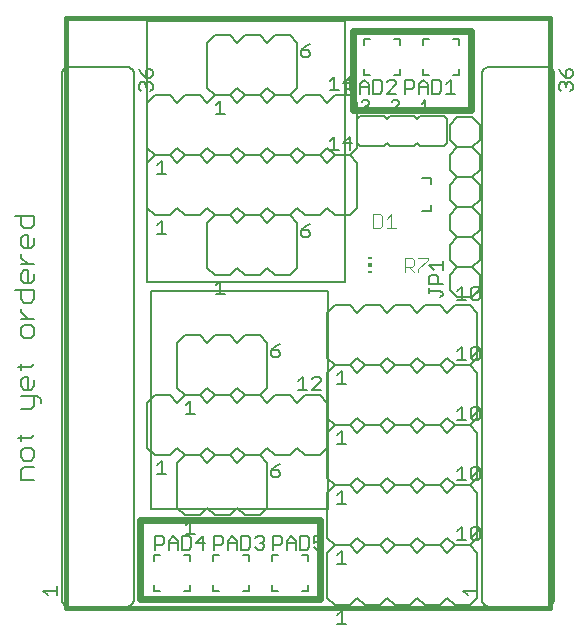
<source format=gto>
G75*
%MOIN*%
%OFA0B0*%
%FSLAX24Y24*%
%IPPOS*%
%LPD*%
%AMOC8*
5,1,8,0,0,1.08239X$1,22.5*
%
%ADD10C,0.0160*%
%ADD11C,0.0240*%
%ADD12C,0.0060*%
%ADD13C,0.0050*%
%ADD14R,0.0118X0.0059*%
%ADD15R,0.0118X0.0118*%
%ADD16C,0.0040*%
%ADD17C,0.0080*%
D10*
X002057Y000848D02*
X018199Y000848D01*
X018199Y020533D01*
X002057Y020533D01*
X002057Y000848D01*
X004222Y000848D02*
X016033Y000848D01*
X016033Y020533D02*
X004222Y020533D01*
D11*
X011624Y020100D02*
X011624Y017462D01*
X015561Y017462D01*
X015561Y020100D01*
X011624Y020100D01*
X010522Y003800D02*
X004537Y003800D01*
X004537Y001163D01*
X010522Y001163D01*
X010522Y003800D01*
D12*
X010777Y003200D02*
X011027Y002950D01*
X011527Y002950D01*
X011777Y003200D01*
X012027Y002950D01*
X012527Y002950D01*
X012777Y003200D01*
X013027Y002950D01*
X013527Y002950D01*
X013777Y003200D01*
X014027Y002950D01*
X014527Y002950D01*
X014777Y003200D01*
X015027Y002950D01*
X015527Y002950D01*
X015777Y003200D01*
X015777Y004700D01*
X015527Y004950D01*
X015777Y005200D01*
X015777Y006700D01*
X015527Y006950D01*
X015777Y007200D01*
X015777Y008700D01*
X015527Y008950D01*
X015777Y009200D01*
X015777Y010700D01*
X015527Y010950D01*
X015027Y010950D01*
X014777Y010700D01*
X014527Y010950D01*
X014027Y010950D01*
X013777Y010700D01*
X013527Y010950D01*
X013027Y010950D01*
X012777Y010700D01*
X012527Y010950D01*
X012027Y010950D01*
X011777Y010700D01*
X011527Y010950D01*
X011027Y010950D01*
X010777Y010700D01*
X010777Y009200D01*
X011027Y008950D01*
X011527Y008950D01*
X011777Y009200D01*
X012027Y008950D01*
X012527Y008950D01*
X012777Y009200D01*
X013027Y008950D01*
X013527Y008950D01*
X013777Y009200D01*
X014027Y008950D01*
X014527Y008950D01*
X014777Y009200D01*
X015027Y008950D01*
X015527Y008950D01*
X015027Y008950D01*
X014777Y008700D01*
X014527Y008950D01*
X014027Y008950D01*
X013777Y008700D01*
X013527Y008950D01*
X013027Y008950D01*
X012777Y008700D01*
X012527Y008950D01*
X012027Y008950D01*
X011777Y008700D01*
X011527Y008950D01*
X011027Y008950D01*
X010777Y008700D01*
X010777Y007200D01*
X011027Y006950D01*
X011527Y006950D01*
X011777Y007200D01*
X012027Y006950D01*
X012527Y006950D01*
X012777Y007200D01*
X013027Y006950D01*
X013527Y006950D01*
X013777Y007200D01*
X014027Y006950D01*
X014527Y006950D01*
X014777Y007200D01*
X015027Y006950D01*
X015527Y006950D01*
X015027Y006950D01*
X014777Y006700D01*
X014527Y006950D01*
X014027Y006950D01*
X013777Y006700D01*
X013527Y006950D01*
X013027Y006950D01*
X012777Y006700D01*
X012527Y006950D01*
X012027Y006950D01*
X011777Y006700D01*
X011527Y006950D01*
X011027Y006950D01*
X010777Y006700D01*
X010777Y005200D01*
X011027Y004950D01*
X011527Y004950D01*
X011777Y005200D01*
X012027Y004950D01*
X012527Y004950D01*
X012777Y005200D01*
X013027Y004950D01*
X013527Y004950D01*
X013777Y005200D01*
X014027Y004950D01*
X014527Y004950D01*
X014777Y005200D01*
X015027Y004950D01*
X015527Y004950D01*
X015027Y004950D01*
X014777Y004700D01*
X014527Y004950D01*
X014027Y004950D01*
X013777Y004700D01*
X013527Y004950D01*
X013027Y004950D01*
X012777Y004700D01*
X012527Y004950D01*
X012027Y004950D01*
X011777Y004700D01*
X011527Y004950D01*
X011027Y004950D01*
X010777Y004700D01*
X010777Y003200D01*
X011027Y002950D02*
X010777Y002700D01*
X010777Y001200D01*
X011027Y000950D01*
X011527Y000950D01*
X011777Y001200D01*
X012027Y000950D01*
X012527Y000950D01*
X012777Y001200D01*
X013027Y000950D01*
X013527Y000950D01*
X013777Y001200D01*
X014027Y000950D01*
X014527Y000950D01*
X014777Y001200D01*
X015027Y000950D01*
X015527Y000950D01*
X015777Y001200D01*
X015777Y002700D01*
X015527Y002950D01*
X015027Y002950D01*
X014777Y002700D01*
X014527Y002950D01*
X014027Y002950D01*
X013777Y002700D01*
X013527Y002950D01*
X013027Y002950D01*
X012777Y002700D01*
X012527Y002950D01*
X012027Y002950D01*
X011777Y002700D01*
X011527Y002950D01*
X011027Y002950D01*
X010137Y002629D02*
X010137Y002429D01*
X010137Y002629D02*
X009937Y002629D01*
X009137Y002629D02*
X008937Y002629D01*
X008937Y002429D01*
X008169Y002429D02*
X008169Y002629D01*
X007969Y002629D01*
X007169Y002629D02*
X006969Y002629D01*
X006969Y002429D01*
X006200Y002429D02*
X006200Y002629D01*
X006000Y002629D01*
X005200Y002629D02*
X005000Y002629D01*
X005000Y002429D01*
X005000Y001629D02*
X005000Y001429D01*
X005200Y001429D01*
X004328Y001153D02*
X004328Y018653D01*
X004326Y018683D01*
X004321Y018713D01*
X004312Y018742D01*
X004299Y018769D01*
X004284Y018795D01*
X004265Y018819D01*
X004244Y018840D01*
X004220Y018859D01*
X004194Y018874D01*
X004167Y018887D01*
X004138Y018896D01*
X004108Y018901D01*
X004078Y018903D01*
X002178Y018903D01*
X002148Y018901D01*
X002118Y018896D01*
X002089Y018887D01*
X002062Y018874D01*
X002036Y018859D01*
X002012Y018840D01*
X001991Y018819D01*
X001972Y018795D01*
X001957Y018769D01*
X001944Y018742D01*
X001935Y018713D01*
X001930Y018683D01*
X001928Y018653D01*
X001928Y001153D01*
X001930Y001123D01*
X001935Y001093D01*
X001944Y001064D01*
X001957Y001037D01*
X001972Y001011D01*
X001991Y000987D01*
X002012Y000966D01*
X002036Y000947D01*
X002062Y000932D01*
X002089Y000919D01*
X002118Y000910D01*
X002148Y000905D01*
X002178Y000903D01*
X004078Y000903D01*
X004108Y000905D01*
X004138Y000910D01*
X004167Y000919D01*
X004194Y000932D01*
X004220Y000947D01*
X004244Y000966D01*
X004265Y000987D01*
X004284Y001011D01*
X004299Y001037D01*
X004312Y001064D01*
X004321Y001093D01*
X004326Y001123D01*
X004328Y001153D01*
X006000Y001429D02*
X006200Y001429D01*
X006200Y001629D01*
X006969Y001629D02*
X006969Y001429D01*
X007169Y001429D01*
X007969Y001429D02*
X008169Y001429D01*
X008169Y001629D01*
X008937Y001629D02*
X008937Y001429D01*
X009137Y001429D01*
X009937Y001429D02*
X010137Y001429D01*
X010137Y001629D01*
X008527Y003950D02*
X008027Y003950D01*
X007777Y004200D01*
X007527Y003950D01*
X007027Y003950D01*
X006777Y004200D01*
X006527Y003950D01*
X006027Y003950D01*
X005777Y004200D01*
X005777Y005700D01*
X006027Y005950D01*
X005777Y006200D01*
X005527Y005950D01*
X005027Y005950D01*
X004777Y006200D01*
X004777Y007700D01*
X005027Y007950D01*
X005527Y007950D01*
X005777Y007700D01*
X006027Y007950D01*
X006527Y007950D01*
X006777Y007700D01*
X007027Y007950D01*
X007527Y007950D01*
X007777Y007700D01*
X008027Y007950D01*
X008527Y007950D01*
X008777Y007700D01*
X009027Y007950D01*
X009527Y007950D01*
X009777Y007700D01*
X010027Y007950D01*
X010527Y007950D01*
X010777Y007700D01*
X010777Y006200D01*
X010527Y005950D01*
X010027Y005950D01*
X009777Y006200D01*
X009527Y005950D01*
X009027Y005950D01*
X008777Y006200D01*
X008527Y005950D01*
X008027Y005950D01*
X007777Y006200D01*
X007527Y005950D01*
X007027Y005950D01*
X006777Y006200D01*
X006527Y005950D01*
X006027Y005950D01*
X006527Y005950D01*
X006777Y005700D01*
X007027Y005950D01*
X007527Y005950D01*
X007777Y005700D01*
X008027Y005950D01*
X008527Y005950D01*
X008777Y005700D01*
X008777Y004200D01*
X008527Y003950D01*
X008527Y007950D02*
X008027Y007950D01*
X007777Y008200D01*
X007527Y007950D01*
X007027Y007950D01*
X006777Y008200D01*
X006527Y007950D01*
X006027Y007950D01*
X005777Y008200D01*
X005777Y009700D01*
X006027Y009950D01*
X006527Y009950D01*
X006777Y009700D01*
X007027Y009950D01*
X007527Y009950D01*
X007777Y009700D01*
X008027Y009950D01*
X008527Y009950D01*
X008777Y009700D01*
X008777Y008200D01*
X008527Y007950D01*
X008527Y011950D02*
X008027Y011950D01*
X007777Y012200D01*
X007527Y011950D01*
X007027Y011950D01*
X006777Y012200D01*
X006777Y013700D01*
X007027Y013950D01*
X006777Y014200D01*
X006527Y013950D01*
X006027Y013950D01*
X005777Y014200D01*
X005527Y013950D01*
X005027Y013950D01*
X004777Y014200D01*
X004777Y015700D01*
X005027Y015950D01*
X005527Y015950D01*
X005777Y015700D01*
X006027Y015950D01*
X006527Y015950D01*
X006777Y015700D01*
X007027Y015950D01*
X007527Y015950D01*
X007777Y015700D01*
X008027Y015950D01*
X008527Y015950D01*
X008777Y015700D01*
X009027Y015950D01*
X009527Y015950D01*
X009777Y015700D01*
X010027Y015950D01*
X010527Y015950D01*
X010777Y015700D01*
X011027Y015950D01*
X011527Y015950D01*
X011777Y015700D01*
X011777Y014200D01*
X011527Y013950D01*
X011027Y013950D01*
X010777Y014200D01*
X010527Y013950D01*
X010027Y013950D01*
X009777Y014200D01*
X009527Y013950D01*
X009027Y013950D01*
X008777Y014200D01*
X008527Y013950D01*
X008027Y013950D01*
X007777Y014200D01*
X007527Y013950D01*
X007027Y013950D01*
X007527Y013950D01*
X007777Y013700D01*
X008027Y013950D01*
X008527Y013950D01*
X008777Y013700D01*
X009027Y013950D01*
X009527Y013950D01*
X009777Y013700D01*
X009777Y012200D01*
X009527Y011950D01*
X009027Y011950D01*
X008777Y012200D01*
X008527Y011950D01*
X008527Y015950D02*
X008027Y015950D01*
X007777Y016200D01*
X007527Y015950D01*
X007027Y015950D01*
X006777Y016200D01*
X006527Y015950D01*
X006027Y015950D01*
X005777Y016200D01*
X005527Y015950D01*
X005027Y015950D01*
X004777Y016200D01*
X004777Y017700D01*
X005027Y017950D01*
X005527Y017950D01*
X005777Y017700D01*
X006027Y017950D01*
X006527Y017950D01*
X006777Y017700D01*
X007027Y017950D01*
X007527Y017950D01*
X007777Y017700D01*
X008027Y017950D01*
X008527Y017950D01*
X008777Y017700D01*
X009027Y017950D01*
X009527Y017950D01*
X009777Y017700D01*
X010027Y017950D01*
X010527Y017950D01*
X010777Y017700D01*
X011027Y017950D01*
X011527Y017950D01*
X011777Y017700D01*
X011777Y016200D01*
X011527Y015950D01*
X011027Y015950D01*
X010777Y016200D01*
X010527Y015950D01*
X010027Y015950D01*
X009777Y016200D01*
X009527Y015950D01*
X009027Y015950D01*
X008777Y016200D01*
X008527Y015950D01*
X008527Y017950D02*
X008027Y017950D01*
X007777Y018200D01*
X007527Y017950D01*
X007027Y017950D01*
X006777Y018200D01*
X006777Y019700D01*
X007027Y019950D01*
X007527Y019950D01*
X007777Y019700D01*
X008027Y019950D01*
X008527Y019950D01*
X008777Y019700D01*
X009027Y019950D01*
X009527Y019950D01*
X009777Y019700D01*
X009777Y018200D01*
X009527Y017950D01*
X009027Y017950D01*
X008777Y018200D01*
X008527Y017950D01*
X011758Y017153D02*
X011758Y016353D01*
X011858Y016253D01*
X012658Y016253D01*
X012758Y016353D01*
X012858Y016253D01*
X013658Y016253D01*
X013758Y016353D01*
X013858Y016253D01*
X014658Y016253D01*
X014758Y016353D01*
X014758Y017153D01*
X014658Y017253D01*
X013858Y017253D01*
X013758Y017153D01*
X013658Y017253D01*
X012858Y017253D01*
X012758Y017153D01*
X012658Y017253D01*
X011858Y017253D01*
X011758Y017153D01*
X012008Y018633D02*
X012008Y018833D01*
X012008Y018633D02*
X012208Y018633D01*
X013008Y018633D02*
X013208Y018633D01*
X013208Y018833D01*
X013208Y019633D02*
X013208Y019833D01*
X013008Y019833D01*
X012208Y019833D02*
X012008Y019833D01*
X012008Y019633D01*
X013977Y019633D02*
X013977Y019833D01*
X014177Y019833D01*
X014977Y019833D02*
X015177Y019833D01*
X015177Y019633D01*
X015177Y018833D02*
X015177Y018633D01*
X014977Y018633D01*
X014177Y018633D02*
X013977Y018633D01*
X013977Y018833D01*
X015114Y017214D02*
X015614Y017214D01*
X015864Y016964D01*
X015864Y016464D01*
X015614Y016214D01*
X015864Y015964D01*
X015864Y015464D01*
X015614Y015214D01*
X015864Y014964D01*
X015864Y014464D01*
X015614Y014214D01*
X015864Y013964D01*
X015864Y013464D01*
X015614Y013214D01*
X015864Y012964D01*
X015864Y012464D01*
X015614Y012214D01*
X015864Y011964D01*
X015864Y011464D01*
X015614Y011214D01*
X015114Y011214D01*
X014864Y011464D01*
X014864Y011964D01*
X015114Y012214D01*
X014864Y012464D01*
X014864Y012964D01*
X015114Y013214D01*
X015614Y013214D01*
X015114Y013214D02*
X014864Y013464D01*
X014864Y013964D01*
X015114Y014214D01*
X014864Y014464D01*
X014864Y014964D01*
X015114Y015214D01*
X014864Y015464D01*
X014864Y015964D01*
X015114Y016214D01*
X014864Y016464D01*
X014864Y016964D01*
X015114Y017214D01*
X015114Y016214D02*
X015614Y016214D01*
X015614Y015214D02*
X015114Y015214D01*
X014246Y015207D02*
X014246Y014987D01*
X014246Y015207D02*
X013926Y015207D01*
X014246Y014307D02*
X014246Y014087D01*
X013926Y014087D01*
X015114Y014214D02*
X015614Y014214D01*
X015614Y012214D02*
X015114Y012214D01*
X015928Y018653D02*
X015928Y001153D01*
X015930Y001123D01*
X015935Y001093D01*
X015944Y001064D01*
X015957Y001037D01*
X015972Y001011D01*
X015991Y000987D01*
X016012Y000966D01*
X016036Y000947D01*
X016062Y000932D01*
X016089Y000919D01*
X016118Y000910D01*
X016148Y000905D01*
X016178Y000903D01*
X018078Y000903D01*
X018108Y000905D01*
X018138Y000910D01*
X018167Y000919D01*
X018194Y000932D01*
X018220Y000947D01*
X018244Y000966D01*
X018265Y000987D01*
X018284Y001011D01*
X018299Y001037D01*
X018312Y001064D01*
X018321Y001093D01*
X018326Y001123D01*
X018328Y001153D01*
X018328Y018653D01*
X018326Y018683D01*
X018321Y018713D01*
X018312Y018742D01*
X018299Y018769D01*
X018284Y018795D01*
X018265Y018819D01*
X018244Y018840D01*
X018220Y018859D01*
X018194Y018874D01*
X018167Y018887D01*
X018138Y018896D01*
X018108Y018901D01*
X018078Y018903D01*
X016178Y018903D01*
X016148Y018901D01*
X016118Y018896D01*
X016089Y018887D01*
X016062Y018874D01*
X016036Y018859D01*
X016012Y018840D01*
X015991Y018819D01*
X015972Y018795D01*
X015957Y018769D01*
X015944Y018742D01*
X015935Y018713D01*
X015930Y018683D01*
X015928Y018653D01*
X001217Y007813D02*
X001217Y007706D01*
X001217Y007813D02*
X001110Y007920D01*
X000576Y007920D01*
X000683Y008138D02*
X000576Y008244D01*
X000576Y008458D01*
X000683Y008565D01*
X000790Y008565D01*
X000790Y008138D01*
X000897Y008138D02*
X000683Y008138D01*
X000897Y008138D02*
X001003Y008244D01*
X001003Y008458D01*
X000897Y008889D02*
X001003Y008996D01*
X000897Y008889D02*
X000470Y008889D01*
X000576Y008782D02*
X000576Y008996D01*
X000683Y009856D02*
X000576Y009963D01*
X000576Y010177D01*
X000683Y010283D01*
X000897Y010283D01*
X001003Y010177D01*
X001003Y009963D01*
X000897Y009856D01*
X000683Y009856D01*
X000576Y010501D02*
X001003Y010501D01*
X000790Y010501D02*
X000576Y010714D01*
X000576Y010821D01*
X000683Y011038D02*
X000576Y011145D01*
X000576Y011465D01*
X000363Y011465D02*
X001003Y011465D01*
X001003Y011145D01*
X000897Y011038D01*
X000683Y011038D01*
X000683Y011683D02*
X000576Y011789D01*
X000576Y012003D01*
X000683Y012110D01*
X000790Y012110D01*
X000790Y011683D01*
X000897Y011683D02*
X000683Y011683D01*
X000897Y011683D02*
X001003Y011789D01*
X001003Y012003D01*
X001003Y012327D02*
X000576Y012327D01*
X000576Y012541D02*
X000576Y012647D01*
X000576Y012541D02*
X000790Y012327D01*
X000790Y012864D02*
X000790Y013291D01*
X000683Y013291D01*
X000576Y013184D01*
X000576Y012971D01*
X000683Y012864D01*
X000897Y012864D01*
X001003Y012971D01*
X001003Y013184D01*
X000897Y013509D02*
X000683Y013509D01*
X000576Y013616D01*
X000576Y013936D01*
X000363Y013936D02*
X001003Y013936D01*
X001003Y013616D01*
X000897Y013509D01*
X001003Y007920D02*
X001003Y007600D01*
X000897Y007493D01*
X000576Y007493D01*
X000576Y006632D02*
X000576Y006419D01*
X000470Y006525D02*
X000897Y006525D01*
X001003Y006632D01*
X000897Y006201D02*
X000683Y006201D01*
X000576Y006094D01*
X000576Y005881D01*
X000683Y005774D01*
X000897Y005774D01*
X001003Y005881D01*
X001003Y006094D01*
X000897Y006201D01*
X001003Y005557D02*
X000683Y005557D01*
X000576Y005450D01*
X000576Y005130D01*
X001003Y005130D01*
D13*
X001302Y001428D02*
X001753Y001428D01*
X001753Y001278D02*
X001753Y001578D01*
X001453Y001278D02*
X001302Y001428D01*
X005025Y002804D02*
X005025Y003254D01*
X005250Y003254D01*
X005326Y003179D01*
X005326Y003029D01*
X005250Y002954D01*
X005025Y002954D01*
X005486Y003029D02*
X005786Y003029D01*
X005786Y003104D02*
X005786Y002804D01*
X005946Y002804D02*
X006171Y002804D01*
X006246Y002879D01*
X006246Y003179D01*
X006171Y003254D01*
X005946Y003254D01*
X005946Y002804D01*
X005786Y003104D02*
X005636Y003254D01*
X005486Y003104D01*
X005486Y002804D01*
X006052Y003325D02*
X006353Y003325D01*
X006203Y003325D02*
X006203Y003775D01*
X006052Y003625D01*
X006632Y003254D02*
X006406Y003029D01*
X006707Y003029D01*
X006632Y002804D02*
X006632Y003254D01*
X006994Y003254D02*
X006994Y002804D01*
X006994Y002954D02*
X007219Y002954D01*
X007294Y003029D01*
X007294Y003179D01*
X007219Y003254D01*
X006994Y003254D01*
X007454Y003104D02*
X007454Y002804D01*
X007454Y003029D02*
X007754Y003029D01*
X007754Y003104D02*
X007754Y002804D01*
X007915Y002804D02*
X008140Y002804D01*
X008215Y002879D01*
X008215Y003179D01*
X008140Y003254D01*
X007915Y003254D01*
X007915Y002804D01*
X007754Y003104D02*
X007604Y003254D01*
X007454Y003104D01*
X008375Y003179D02*
X008450Y003254D01*
X008600Y003254D01*
X008675Y003179D01*
X008675Y003104D01*
X008600Y003029D01*
X008675Y002954D01*
X008675Y002879D01*
X008600Y002804D01*
X008450Y002804D01*
X008375Y002879D01*
X008525Y003029D02*
X008600Y003029D01*
X008962Y002954D02*
X009187Y002954D01*
X009263Y003029D01*
X009263Y003179D01*
X009187Y003254D01*
X008962Y003254D01*
X008962Y002804D01*
X009423Y002804D02*
X009423Y003104D01*
X009573Y003254D01*
X009723Y003104D01*
X009723Y002804D01*
X009883Y002804D02*
X010108Y002804D01*
X010183Y002879D01*
X010183Y003179D01*
X010108Y003254D01*
X009883Y003254D01*
X009883Y002804D01*
X009723Y003029D02*
X009423Y003029D01*
X010343Y003029D02*
X010494Y003104D01*
X010569Y003104D01*
X010644Y003029D01*
X010644Y002879D01*
X010569Y002804D01*
X010419Y002804D01*
X010343Y002879D01*
X010343Y003029D02*
X010343Y003254D01*
X010644Y003254D01*
X011253Y002775D02*
X011102Y002625D01*
X011253Y002775D02*
X011253Y002325D01*
X011403Y002325D02*
X011102Y002325D01*
X011253Y000775D02*
X011253Y000325D01*
X011403Y000325D02*
X011102Y000325D01*
X011102Y000625D02*
X011253Y000775D01*
X011253Y004325D02*
X011253Y004775D01*
X011102Y004625D01*
X011102Y004325D02*
X011403Y004325D01*
X011403Y006325D02*
X011102Y006325D01*
X011253Y006325D02*
X011253Y006775D01*
X011102Y006625D01*
X010563Y008125D02*
X010263Y008125D01*
X010563Y008425D01*
X010563Y008500D01*
X010488Y008575D01*
X010338Y008575D01*
X010263Y008500D01*
X009953Y008575D02*
X009953Y008125D01*
X010103Y008125D02*
X009802Y008125D01*
X009802Y008425D02*
X009953Y008575D01*
X009203Y009300D02*
X009203Y009375D01*
X009128Y009450D01*
X008902Y009450D01*
X008902Y009300D01*
X008977Y009225D01*
X009128Y009225D01*
X009203Y009300D01*
X009053Y009600D02*
X008902Y009450D01*
X009053Y009600D02*
X009203Y009675D01*
X007353Y011325D02*
X007052Y011325D01*
X007203Y011325D02*
X007203Y011775D01*
X007052Y011625D01*
X005403Y013325D02*
X005102Y013325D01*
X005253Y013325D02*
X005253Y013775D01*
X005102Y013625D01*
X005102Y015325D02*
X005403Y015325D01*
X005253Y015325D02*
X005253Y015775D01*
X005102Y015625D01*
X007052Y017325D02*
X007353Y017325D01*
X007203Y017325D02*
X007203Y017775D01*
X007052Y017625D01*
X004953Y018153D02*
X004878Y018078D01*
X004953Y018153D02*
X004953Y018303D01*
X004878Y018378D01*
X004803Y018378D01*
X004728Y018303D01*
X004728Y018228D01*
X004728Y018303D02*
X004653Y018378D01*
X004578Y018378D01*
X004502Y018303D01*
X004502Y018153D01*
X004578Y018078D01*
X004728Y018538D02*
X004728Y018763D01*
X004803Y018838D01*
X004878Y018838D01*
X004953Y018763D01*
X004953Y018613D01*
X004878Y018538D01*
X004728Y018538D01*
X004578Y018688D01*
X004502Y018838D01*
X004773Y020415D02*
X004773Y011715D01*
X011373Y011715D01*
X011373Y020415D01*
X004773Y020415D01*
X009902Y019450D02*
X010128Y019450D01*
X010203Y019375D01*
X010203Y019300D01*
X010128Y019225D01*
X009977Y019225D01*
X009902Y019300D01*
X009902Y019450D01*
X010053Y019600D01*
X010203Y019675D01*
X011003Y018575D02*
X010852Y018425D01*
X011003Y018575D02*
X011003Y018125D01*
X011153Y018125D02*
X010852Y018125D01*
X011313Y018350D02*
X011613Y018350D01*
X011692Y018384D02*
X011692Y018234D01*
X011617Y018159D01*
X011392Y018159D01*
X011538Y018125D02*
X011538Y018575D01*
X011313Y018350D01*
X011392Y018459D02*
X011392Y018008D01*
X011692Y018384D02*
X011617Y018459D01*
X011392Y018459D01*
X011852Y018309D02*
X011852Y018008D01*
X011852Y018234D02*
X012152Y018234D01*
X012152Y018309D02*
X012152Y018008D01*
X012312Y018008D02*
X012538Y018008D01*
X012613Y018084D01*
X012613Y018384D01*
X012538Y018459D01*
X012312Y018459D01*
X012312Y018008D01*
X012094Y017778D02*
X012150Y017722D01*
X012150Y017665D01*
X012094Y017608D01*
X012150Y017552D01*
X012150Y017495D01*
X012094Y017438D01*
X011980Y017438D01*
X011924Y017495D01*
X012037Y017608D02*
X012094Y017608D01*
X012094Y017778D02*
X011980Y017778D01*
X011924Y017722D01*
X011852Y018309D02*
X012002Y018459D01*
X012152Y018309D01*
X012773Y018384D02*
X012848Y018459D01*
X012998Y018459D01*
X013073Y018384D01*
X013073Y018309D01*
X012773Y018008D01*
X013073Y018008D01*
X013094Y017778D02*
X012980Y017778D01*
X012924Y017722D01*
X013094Y017778D02*
X013150Y017722D01*
X013150Y017665D01*
X012924Y017438D01*
X013150Y017438D01*
X013360Y018008D02*
X013360Y018459D01*
X013585Y018459D01*
X013660Y018384D01*
X013660Y018234D01*
X013585Y018159D01*
X013360Y018159D01*
X013820Y018234D02*
X014121Y018234D01*
X014121Y018309D02*
X014121Y018008D01*
X014281Y018008D02*
X014506Y018008D01*
X014581Y018084D01*
X014581Y018384D01*
X014506Y018459D01*
X014281Y018459D01*
X014281Y018008D01*
X014121Y018309D02*
X013971Y018459D01*
X013820Y018309D01*
X013820Y018008D01*
X014037Y017778D02*
X014037Y017438D01*
X013924Y017438D02*
X014150Y017438D01*
X013924Y017665D02*
X014037Y017778D01*
X014741Y018008D02*
X015041Y018008D01*
X014891Y018008D02*
X014891Y018459D01*
X014741Y018309D01*
X011613Y016350D02*
X011313Y016350D01*
X011538Y016575D01*
X011538Y016125D01*
X011153Y016125D02*
X010852Y016125D01*
X011003Y016125D02*
X011003Y016575D01*
X010852Y016425D01*
X010203Y013675D02*
X010053Y013600D01*
X009902Y013450D01*
X010128Y013450D01*
X010203Y013375D01*
X010203Y013300D01*
X010128Y013225D01*
X009977Y013225D01*
X009902Y013300D01*
X009902Y013450D01*
X014169Y012280D02*
X014619Y012280D01*
X014619Y012130D02*
X014619Y012430D01*
X014319Y012130D02*
X014169Y012280D01*
X014244Y011969D02*
X014394Y011969D01*
X014469Y011894D01*
X014469Y011669D01*
X014619Y011669D02*
X014169Y011669D01*
X014169Y011894D01*
X014244Y011969D01*
X014169Y011509D02*
X014169Y011359D01*
X014169Y011434D02*
X014544Y011434D01*
X014619Y011359D01*
X014619Y011284D01*
X014544Y011209D01*
X015102Y011125D02*
X015403Y011125D01*
X015253Y011125D02*
X015253Y011575D01*
X015102Y011425D01*
X015563Y011500D02*
X015563Y011200D01*
X015863Y011500D01*
X015863Y011200D01*
X015788Y011125D01*
X015638Y011125D01*
X015563Y011200D01*
X015563Y011500D02*
X015638Y011575D01*
X015788Y011575D01*
X015863Y011500D01*
X015788Y009575D02*
X015863Y009500D01*
X015563Y009200D01*
X015638Y009125D01*
X015788Y009125D01*
X015863Y009200D01*
X015863Y009500D01*
X015788Y009575D02*
X015638Y009575D01*
X015563Y009500D01*
X015563Y009200D01*
X015403Y009125D02*
X015102Y009125D01*
X015253Y009125D02*
X015253Y009575D01*
X015102Y009425D01*
X015253Y007575D02*
X015253Y007125D01*
X015403Y007125D02*
X015102Y007125D01*
X015102Y007425D02*
X015253Y007575D01*
X015563Y007500D02*
X015638Y007575D01*
X015788Y007575D01*
X015863Y007500D01*
X015563Y007200D01*
X015638Y007125D01*
X015788Y007125D01*
X015863Y007200D01*
X015863Y007500D01*
X015563Y007500D02*
X015563Y007200D01*
X015638Y005575D02*
X015563Y005500D01*
X015563Y005200D01*
X015863Y005500D01*
X015863Y005200D01*
X015788Y005125D01*
X015638Y005125D01*
X015563Y005200D01*
X015403Y005125D02*
X015102Y005125D01*
X015253Y005125D02*
X015253Y005575D01*
X015102Y005425D01*
X015638Y005575D02*
X015788Y005575D01*
X015863Y005500D01*
X015788Y003575D02*
X015863Y003500D01*
X015563Y003200D01*
X015638Y003125D01*
X015788Y003125D01*
X015863Y003200D01*
X015863Y003500D01*
X015788Y003575D02*
X015638Y003575D01*
X015563Y003500D01*
X015563Y003200D01*
X015403Y003125D02*
X015102Y003125D01*
X015253Y003125D02*
X015253Y003575D01*
X015102Y003425D01*
X015753Y001578D02*
X015753Y001278D01*
X015753Y001428D02*
X015302Y001428D01*
X015453Y001278D01*
X009203Y005300D02*
X009128Y005225D01*
X008977Y005225D01*
X008902Y005300D01*
X008902Y005450D01*
X009128Y005450D01*
X009203Y005375D01*
X009203Y005300D01*
X009053Y005600D02*
X008902Y005450D01*
X009053Y005600D02*
X009203Y005675D01*
X011102Y008325D02*
X011403Y008325D01*
X011253Y008325D02*
X011253Y008775D01*
X011102Y008625D01*
X006353Y007325D02*
X006052Y007325D01*
X006203Y007325D02*
X006203Y007775D01*
X006052Y007625D01*
X005253Y005775D02*
X005253Y005325D01*
X005403Y005325D02*
X005102Y005325D01*
X005102Y005625D02*
X005253Y005775D01*
X018502Y018153D02*
X018502Y018303D01*
X018578Y018378D01*
X018653Y018378D01*
X018728Y018303D01*
X018803Y018378D01*
X018878Y018378D01*
X018953Y018303D01*
X018953Y018153D01*
X018878Y018078D01*
X018728Y018228D02*
X018728Y018303D01*
X018728Y018538D02*
X018728Y018763D01*
X018803Y018838D01*
X018878Y018838D01*
X018953Y018763D01*
X018953Y018613D01*
X018878Y018538D01*
X018728Y018538D01*
X018578Y018688D01*
X018502Y018838D01*
X018502Y018153D02*
X018578Y018078D01*
D14*
X012195Y012541D03*
X012195Y012068D03*
D15*
X012195Y012304D03*
D16*
X013355Y012226D02*
X013585Y012226D01*
X013662Y012303D01*
X013662Y012456D01*
X013585Y012533D01*
X013355Y012533D01*
X013355Y012072D01*
X013508Y012226D02*
X013662Y012072D01*
X013815Y012072D02*
X013815Y012149D01*
X014122Y012456D01*
X014122Y012533D01*
X013815Y012533D01*
X013059Y013527D02*
X012752Y013527D01*
X012905Y013527D02*
X012905Y013987D01*
X012752Y013834D01*
X012598Y013911D02*
X012598Y013604D01*
X012522Y013527D01*
X012292Y013527D01*
X012292Y013987D01*
X012522Y013987D01*
X012598Y013911D01*
D17*
X010789Y011434D02*
X010789Y004151D01*
X004884Y004151D01*
X004884Y011434D01*
X010789Y011434D01*
M02*

</source>
